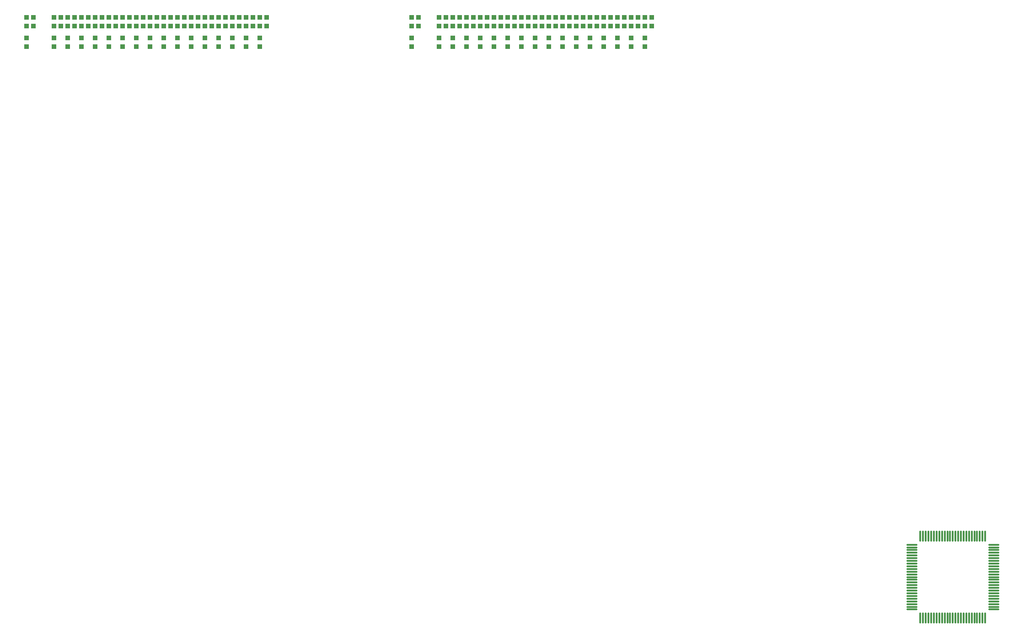
<source format=gbp>
G04*
G04 #@! TF.GenerationSoftware,Altium Limited,Altium Designer,21.9.1 (22)*
G04*
G04 Layer_Color=128*
%FSLAX25Y25*%
%MOIN*%
G70*
G04*
G04 #@! TF.SameCoordinates,96388F34-ED53-4079-84C0-77210EF012B4*
G04*
G04*
G04 #@! TF.FilePolarity,Positive*
G04*
G01*
G75*
%ADD36O,0.08268X0.01181*%
%ADD37O,0.01181X0.08268*%
%ADD38R,0.03347X0.03347*%
D36*
X879921Y203622D02*
D03*
Y201654D02*
D03*
Y199685D02*
D03*
Y197716D02*
D03*
Y195748D02*
D03*
Y193780D02*
D03*
Y191811D02*
D03*
Y189842D02*
D03*
Y187874D02*
D03*
Y185906D02*
D03*
Y183937D02*
D03*
Y181968D02*
D03*
Y180000D02*
D03*
Y178032D02*
D03*
Y176063D02*
D03*
Y174094D02*
D03*
Y172126D02*
D03*
Y170158D02*
D03*
Y168189D02*
D03*
Y166220D02*
D03*
Y164252D02*
D03*
Y162284D02*
D03*
Y160315D02*
D03*
Y158346D02*
D03*
Y156378D02*
D03*
X820079D02*
D03*
Y158346D02*
D03*
Y160315D02*
D03*
Y162284D02*
D03*
Y164252D02*
D03*
Y166220D02*
D03*
Y168189D02*
D03*
Y170158D02*
D03*
Y172126D02*
D03*
Y174094D02*
D03*
Y176063D02*
D03*
Y178032D02*
D03*
Y180000D02*
D03*
Y181968D02*
D03*
Y183937D02*
D03*
Y185906D02*
D03*
Y187874D02*
D03*
Y189842D02*
D03*
Y191811D02*
D03*
Y193780D02*
D03*
Y195748D02*
D03*
Y197716D02*
D03*
Y199685D02*
D03*
Y201654D02*
D03*
Y203622D02*
D03*
D37*
X873622Y150079D02*
D03*
X871653D02*
D03*
X869685D02*
D03*
X867717D02*
D03*
X865748D02*
D03*
X863780D02*
D03*
X861811D02*
D03*
X859842D02*
D03*
X857874D02*
D03*
X855906D02*
D03*
X853937D02*
D03*
X851968D02*
D03*
X850000D02*
D03*
X848032D02*
D03*
X846063D02*
D03*
X844094D02*
D03*
X842126D02*
D03*
X840158D02*
D03*
X838189D02*
D03*
X836220D02*
D03*
X834252D02*
D03*
X832283D02*
D03*
X830315D02*
D03*
X828347D02*
D03*
X826378D02*
D03*
Y209921D02*
D03*
X828347D02*
D03*
X830315D02*
D03*
X832283D02*
D03*
X834252D02*
D03*
X836220D02*
D03*
X838189D02*
D03*
X840158D02*
D03*
X842126D02*
D03*
X844094D02*
D03*
X846063D02*
D03*
X848032D02*
D03*
X850000D02*
D03*
X851968D02*
D03*
X853937D02*
D03*
X855906D02*
D03*
X857874D02*
D03*
X859842D02*
D03*
X861811D02*
D03*
X863780D02*
D03*
X865748D02*
D03*
X867717D02*
D03*
X869685D02*
D03*
X871653D02*
D03*
X873622D02*
D03*
D38*
X625501Y581949D02*
D03*
Y588051D02*
D03*
X615501Y581949D02*
D03*
Y588051D02*
D03*
X605501Y581949D02*
D03*
Y588051D02*
D03*
X595501Y581949D02*
D03*
Y588051D02*
D03*
X585501Y581949D02*
D03*
Y588051D02*
D03*
X575501Y581949D02*
D03*
Y588051D02*
D03*
X565501Y581949D02*
D03*
Y588051D02*
D03*
X555501Y581949D02*
D03*
Y588051D02*
D03*
X545501Y581949D02*
D03*
Y588051D02*
D03*
X535501Y581949D02*
D03*
Y588051D02*
D03*
X525501Y581949D02*
D03*
Y588051D02*
D03*
X515501Y581949D02*
D03*
Y588051D02*
D03*
X505501Y581949D02*
D03*
Y588051D02*
D03*
X495501Y581949D02*
D03*
Y588051D02*
D03*
X485501Y581949D02*
D03*
Y588051D02*
D03*
X475501Y581949D02*
D03*
Y588051D02*
D03*
X455501Y581949D02*
D03*
Y588051D02*
D03*
X625501Y573051D02*
D03*
Y566949D02*
D03*
X615501Y573051D02*
D03*
Y566949D02*
D03*
X605501Y573051D02*
D03*
Y566949D02*
D03*
X595501Y573051D02*
D03*
Y566949D02*
D03*
X585501Y573051D02*
D03*
Y566949D02*
D03*
X575501Y573051D02*
D03*
Y566949D02*
D03*
X565501Y573051D02*
D03*
Y566949D02*
D03*
X555501Y573051D02*
D03*
Y566949D02*
D03*
X630501Y588051D02*
D03*
Y581949D02*
D03*
X620501Y588051D02*
D03*
Y581949D02*
D03*
X610501Y588051D02*
D03*
Y581949D02*
D03*
X600501Y588051D02*
D03*
Y581949D02*
D03*
X590501Y588051D02*
D03*
Y581949D02*
D03*
X580501Y588051D02*
D03*
Y581949D02*
D03*
X570501Y588051D02*
D03*
Y581949D02*
D03*
X560501Y588051D02*
D03*
Y581949D02*
D03*
X545501Y573051D02*
D03*
Y566949D02*
D03*
X535501Y573051D02*
D03*
Y566949D02*
D03*
X525501Y573051D02*
D03*
Y566949D02*
D03*
X515501Y573051D02*
D03*
Y566949D02*
D03*
X505501Y573051D02*
D03*
Y566949D02*
D03*
X495501Y573051D02*
D03*
Y566949D02*
D03*
X485501Y573051D02*
D03*
Y566949D02*
D03*
X475501Y573051D02*
D03*
Y566949D02*
D03*
X550501Y588051D02*
D03*
Y581949D02*
D03*
X540501Y588051D02*
D03*
Y581949D02*
D03*
X530501Y588051D02*
D03*
Y581949D02*
D03*
X520501Y588051D02*
D03*
Y581949D02*
D03*
X510501Y588051D02*
D03*
Y581949D02*
D03*
X500501Y588051D02*
D03*
Y581949D02*
D03*
X490501Y588051D02*
D03*
Y581949D02*
D03*
X480501Y588051D02*
D03*
Y581949D02*
D03*
X455501Y573051D02*
D03*
Y566949D02*
D03*
X460501Y588051D02*
D03*
Y581949D02*
D03*
X345000D02*
D03*
Y588051D02*
D03*
X335000Y581949D02*
D03*
Y588051D02*
D03*
X325000Y581949D02*
D03*
Y588051D02*
D03*
X315000Y581949D02*
D03*
Y588051D02*
D03*
X305000Y581949D02*
D03*
Y588051D02*
D03*
X295000Y581949D02*
D03*
Y588051D02*
D03*
X285000Y581949D02*
D03*
Y588051D02*
D03*
X275000Y581949D02*
D03*
Y588051D02*
D03*
X265000Y581949D02*
D03*
Y588051D02*
D03*
X255000Y581949D02*
D03*
Y588051D02*
D03*
X245000Y581949D02*
D03*
Y588051D02*
D03*
X235000Y581949D02*
D03*
Y588051D02*
D03*
X225000Y581949D02*
D03*
Y588051D02*
D03*
X215000Y581949D02*
D03*
Y588051D02*
D03*
X205000Y581949D02*
D03*
Y588051D02*
D03*
X195000Y581949D02*
D03*
Y588051D02*
D03*
X175000Y581949D02*
D03*
Y588051D02*
D03*
X345000Y573051D02*
D03*
Y566949D02*
D03*
X335000Y573051D02*
D03*
Y566949D02*
D03*
X325000Y573051D02*
D03*
Y566949D02*
D03*
X315000Y573051D02*
D03*
Y566949D02*
D03*
X305000Y573051D02*
D03*
Y566949D02*
D03*
X295000Y573051D02*
D03*
Y566949D02*
D03*
X285000Y573051D02*
D03*
Y566949D02*
D03*
X275000Y573051D02*
D03*
Y566949D02*
D03*
X350000Y588051D02*
D03*
Y581949D02*
D03*
X340000Y588051D02*
D03*
Y581949D02*
D03*
X330000Y588051D02*
D03*
Y581949D02*
D03*
X320000Y588051D02*
D03*
Y581949D02*
D03*
X310000Y588051D02*
D03*
Y581949D02*
D03*
X300000Y588051D02*
D03*
Y581949D02*
D03*
X290000Y588051D02*
D03*
Y581949D02*
D03*
X280000Y588051D02*
D03*
Y581949D02*
D03*
X265000Y573051D02*
D03*
Y566949D02*
D03*
X255000Y573051D02*
D03*
Y566949D02*
D03*
X245000Y573051D02*
D03*
Y566949D02*
D03*
X235000Y573051D02*
D03*
Y566949D02*
D03*
X225000Y573051D02*
D03*
Y566949D02*
D03*
X215000Y573051D02*
D03*
Y566949D02*
D03*
X205000Y573051D02*
D03*
Y566949D02*
D03*
X195000Y573051D02*
D03*
Y566949D02*
D03*
X270000Y588051D02*
D03*
Y581949D02*
D03*
X260000Y588051D02*
D03*
Y581949D02*
D03*
X250000Y588051D02*
D03*
Y581949D02*
D03*
X240000Y588051D02*
D03*
Y581949D02*
D03*
X230000Y588051D02*
D03*
Y581949D02*
D03*
X220000Y588051D02*
D03*
Y581949D02*
D03*
X210000Y588051D02*
D03*
Y581949D02*
D03*
X200000Y588051D02*
D03*
Y581949D02*
D03*
X175000Y573051D02*
D03*
Y566949D02*
D03*
X180000Y588051D02*
D03*
Y581949D02*
D03*
M02*

</source>
